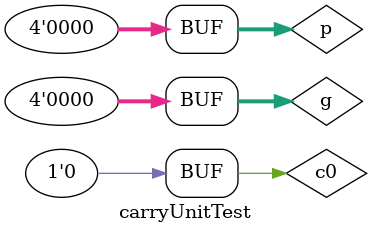
<source format=v>
`timescale 1ns / 1ps


module carryUnitTest;

	// Inputs
	reg [3:0] p;
	reg [3:0] g;
	reg c0;

	// Outputs
	wire [3:0] c;

	// Instantiate the Unit Under Test (UUT)
	carryUnit4Bits uut (
		.p(p), 
		.g(g), 
		.c0(c0), 
		.c(c)
	);

	initial begin
		// Initialize Inputs
		p = 0;
		g = 0;
		c0 = 0;

		// Wait 100 ns for global reset to finish
		#100;
        
		// Add stimulus here

	end
      
endmodule


</source>
